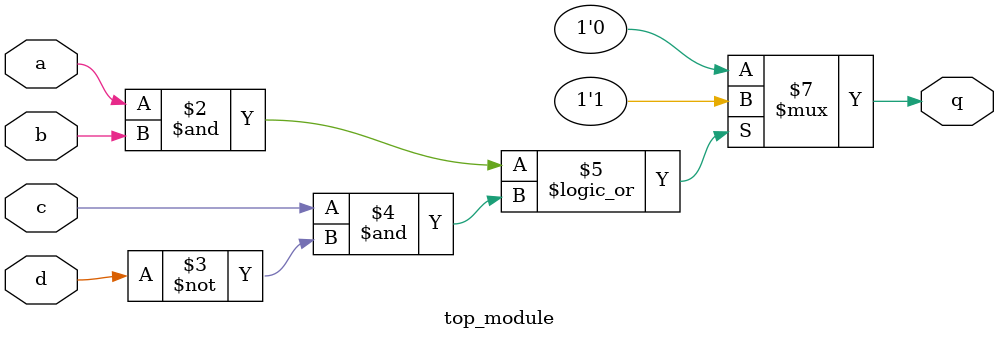
<source format=sv>
module top_module (
    input a,
    input b,
    input c,
    input d,
    output reg q
);

    always @(*) begin
        if ((a & b) || (c & (~d)))
            q = 1;
        else
            q = 0;
    end

endmodule

</source>
